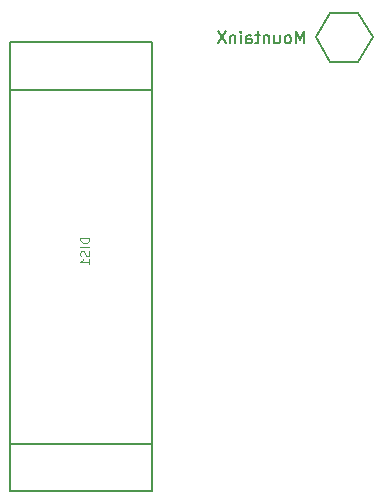
<source format=gbr>
G04 #@! TF.GenerationSoftware,KiCad,Pcbnew,(6.0.0-rc1-dev-1027-g90233e5ec)*
G04 #@! TF.CreationDate,2018-11-05T19:06:39+01:00*
G04 #@! TF.ProjectId,eBoard_remote_control,65426F6172645F72656D6F74655F636F,rev?*
G04 #@! TF.SameCoordinates,Original*
G04 #@! TF.FileFunction,Legend,Bot*
G04 #@! TF.FilePolarity,Positive*
%FSLAX46Y46*%
G04 Gerber Fmt 4.6, Leading zero omitted, Abs format (unit mm)*
G04 Created by KiCad (PCBNEW (6.0.0-rc1-dev-1027-g90233e5ec)) date 11/05/18 19:06:39*
%MOMM*%
%LPD*%
G01*
G04 APERTURE LIST*
%ADD10C,0.150000*%
%ADD11C,0.200000*%
%ADD12C,0.152400*%
%ADD13C,0.060800*%
G04 APERTURE END LIST*
D10*
X202685518Y-83398620D02*
X202685518Y-82398620D01*
X202352184Y-83112906D01*
X202018851Y-82398620D01*
X202018851Y-83398620D01*
X201399803Y-83398620D02*
X201495041Y-83351001D01*
X201542660Y-83303382D01*
X201590280Y-83208144D01*
X201590280Y-82922430D01*
X201542660Y-82827192D01*
X201495041Y-82779573D01*
X201399803Y-82731954D01*
X201256946Y-82731954D01*
X201161708Y-82779573D01*
X201114089Y-82827192D01*
X201066470Y-82922430D01*
X201066470Y-83208144D01*
X201114089Y-83303382D01*
X201161708Y-83351001D01*
X201256946Y-83398620D01*
X201399803Y-83398620D01*
X200209327Y-82731954D02*
X200209327Y-83398620D01*
X200637899Y-82731954D02*
X200637899Y-83255763D01*
X200590280Y-83351001D01*
X200495041Y-83398620D01*
X200352184Y-83398620D01*
X200256946Y-83351001D01*
X200209327Y-83303382D01*
X199733137Y-82731954D02*
X199733137Y-83398620D01*
X199733137Y-82827192D02*
X199685518Y-82779573D01*
X199590280Y-82731954D01*
X199447422Y-82731954D01*
X199352184Y-82779573D01*
X199304565Y-82874811D01*
X199304565Y-83398620D01*
X198971232Y-82731954D02*
X198590280Y-82731954D01*
X198828375Y-82398620D02*
X198828375Y-83255763D01*
X198780756Y-83351001D01*
X198685518Y-83398620D01*
X198590280Y-83398620D01*
X197828375Y-83398620D02*
X197828375Y-82874811D01*
X197875994Y-82779573D01*
X197971232Y-82731954D01*
X198161708Y-82731954D01*
X198256946Y-82779573D01*
X197828375Y-83351001D02*
X197923613Y-83398620D01*
X198161708Y-83398620D01*
X198256946Y-83351001D01*
X198304565Y-83255763D01*
X198304565Y-83160525D01*
X198256946Y-83065287D01*
X198161708Y-83017668D01*
X197923613Y-83017668D01*
X197828375Y-82970049D01*
X197352184Y-83398620D02*
X197352184Y-82731954D01*
X197352184Y-82398620D02*
X197399803Y-82446240D01*
X197352184Y-82493859D01*
X197304565Y-82446240D01*
X197352184Y-82398620D01*
X197352184Y-82493859D01*
X196875994Y-82731954D02*
X196875994Y-83398620D01*
X196875994Y-82827192D02*
X196828375Y-82779573D01*
X196733137Y-82731954D01*
X196590280Y-82731954D01*
X196495041Y-82779573D01*
X196447422Y-82874811D01*
X196447422Y-83398620D01*
X196066470Y-82398620D02*
X195399803Y-83398620D01*
X195399803Y-82398620D02*
X196066470Y-83398620D01*
D11*
X204912120Y-80794882D02*
X207316265Y-80794882D01*
X204912120Y-84958984D02*
X203710047Y-82876933D01*
X208518338Y-82876933D02*
X207316265Y-84958984D01*
X207316265Y-84958984D02*
X204912120Y-84958984D01*
X207316265Y-80794882D02*
X208518338Y-82876933D01*
X203710047Y-82876933D02*
X204912120Y-80794882D01*
D12*
G04 #@! TO.C,DIS1*
X189819800Y-87311200D02*
X177819800Y-87311200D01*
X189819800Y-117311200D02*
X177819800Y-117311200D01*
X189819800Y-117311200D02*
X189819800Y-121311200D01*
X189819800Y-87311200D02*
X189819800Y-117311200D01*
X189819800Y-83311200D02*
X189819800Y-87311200D01*
X177819800Y-83311200D02*
X189819800Y-83311200D01*
X177819800Y-87311200D02*
X177819800Y-83311200D01*
X177819800Y-117311200D02*
X177819800Y-87311200D01*
X177819800Y-121311200D02*
X177819800Y-117311200D01*
X189819800Y-121311200D02*
X177819800Y-121311200D01*
D13*
X184543609Y-99883108D02*
X183783609Y-99883108D01*
X183783609Y-100064060D01*
X183819800Y-100172632D01*
X183892180Y-100245013D01*
X183964561Y-100281203D01*
X184109323Y-100317394D01*
X184217895Y-100317394D01*
X184362657Y-100281203D01*
X184435038Y-100245013D01*
X184507419Y-100172632D01*
X184543609Y-100064060D01*
X184543609Y-99883108D01*
X184543609Y-100643108D02*
X183783609Y-100643108D01*
X184507419Y-100968822D02*
X184543609Y-101077394D01*
X184543609Y-101258346D01*
X184507419Y-101330727D01*
X184471228Y-101366918D01*
X184398847Y-101403108D01*
X184326466Y-101403108D01*
X184254085Y-101366918D01*
X184217895Y-101330727D01*
X184181704Y-101258346D01*
X184145514Y-101113584D01*
X184109323Y-101041203D01*
X184073133Y-101005013D01*
X184000752Y-100968822D01*
X183928371Y-100968822D01*
X183855990Y-101005013D01*
X183819800Y-101041203D01*
X183783609Y-101113584D01*
X183783609Y-101294537D01*
X183819800Y-101403108D01*
X184543609Y-102126918D02*
X184543609Y-101692632D01*
X184543609Y-101909775D02*
X183783609Y-101909775D01*
X183892180Y-101837394D01*
X183964561Y-101765013D01*
X184000752Y-101692632D01*
G04 #@! TD*
M02*

</source>
